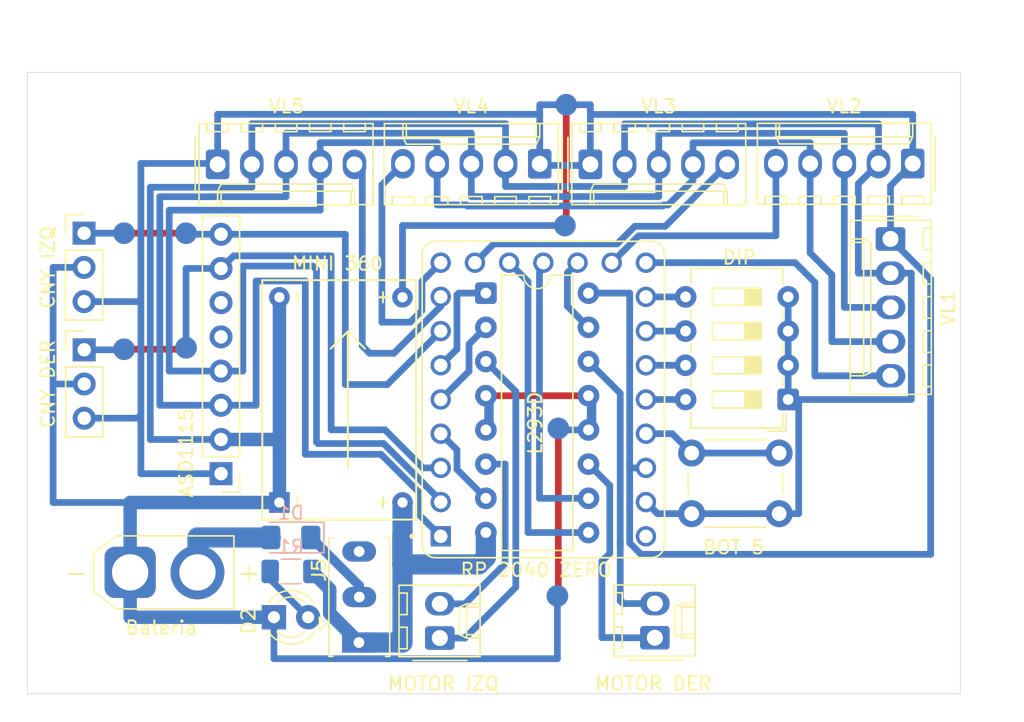
<source format=kicad_pcb>
(kicad_pcb (version 20241229) (generator "pcbnew") (generator_version "9.0")
  (layers (0 "F.Cu" signal) (2 "B.Cu" signal) (13 "F.Paste" user) (15 "B.Paste" user) (5 "F.SilkS" user "F.Silkscreen") (7 "B.SilkS" user "B.Silkscreen") (1 "F.Mask" user) (3 "B.Mask" user) (25 "Edge.Cuts" user))
  (net 0 "")
  (net 1 "GND")
  (net 2 "+12V")
  (net 3 "+3.3V")
  (net 4 "Net-(D1-A)")
  (net 5 "Net-(D1-K)")
  (net 6 "Net-(D2-A)")
  (net 7 "CNY_DER")
  (net 8 "SDA")
  (net 9 "VL1")
  (net 10 "SCL")
  (net 11 "CNY_IZQ")
  (net 12 "VL2")
  (net 13 "VL3")
  (net 14 "VL4")
  (net 15 "VL5")
  (net 18 "BOT3")
  (net 19 "BOT4")
  (net 20 "BOT2")
  (net 21 "BOT1")
  (net 22 "BOT5")
  (net 23 "MOTORA2")
  (net 24 "MOTORB1")
  (net 25 "MOTORA1")
  (net 26 "PWMB")
  (net 27 "MOTORB2")
  (net 28 "PWMA")
  (net 29 "+5V")
  (net 30 "Net-(MOT3-Pin_1)")
  (net 31 "Net-(MOT3-Pin_2)")
  (net 32 "Net-(MOT4-Pin_1)")
  (net 33 "Net-(MOT4-Pin_2)")
  (footprint "Connector_PinHeader_2.54mm:PinHeader_1x03_P2.54mm_Vertical" (layer "F.Cu") (at 87.59 55.74)
    (property "Reference" "CNY DER" (at -2.7 2.540001 90) (layer "F.SilkS"))
    (property "Value" "Conn_01x03_Pin")
    (pad "1" thru_hole rect (at 0 0) (size 1.7 1.7) (drill 1) (layers "*.Cu" "*.Mask") (net 7 "CNY_DER"))
    (pad "2" thru_hole circle (at 0 2.54) (size 1.7 1.7) (drill 1) (layers "*.Cu" "*.Mask") (net 1 "GND"))
    (pad "3" thru_hole circle (at 0 5.08) (size 1.7 1.7) (drill 1) (layers "*.Cu" "*.Mask") (net 3 "+3.3V"))
  )
  (footprint "Connector_PinHeader_2.54mm:PinHeader_1x08_P2.54mm_Vertical" (layer "F.Cu") (at 97.75 64.94 180)
    (property "Reference" "ASD1115" (at 2.6 1.55 90) (layer "F.SilkS"))
    (property "Value" "Conn_01x08_Pin")
    (pad "1" thru_hole rect (at 0 0 180) (size 1.7 1.7) (drill 1) (layers "*.Cu" "*.Mask") (net 3 "+3.3V"))
    (pad "2" thru_hole circle (at 0 2.54 180) (size 1.7 1.7) (drill 1) (layers "*.Cu" "*.Mask") (net 1 "GND"))
    (pad "3" thru_hole circle (at 0 5.08 180) (size 1.7 1.7) (drill 1) (layers "*.Cu" "*.Mask") (net 10 "SCL"))
    (pad "4" thru_hole circle (at 0 7.62 180) (size 1.7 1.7) (drill 1) (layers "*.Cu" "*.Mask") (net 8 "SDA"))
    (pad "5" thru_hole circle (at 0 10.16 180) (size 1.7 1.7) (drill 1) (layers "*.Cu" "*.Mask"))
    (pad "6" thru_hole circle (at 0 12.7 180) (size 1.7 1.7) (drill 1) (layers "*.Cu" "*.Mask"))
    (pad "7" thru_hole circle (at 0 15.24 180) (size 1.7 1.7) (drill 1) (layers "*.Cu" "*.Mask") (net 7 "CNY_DER"))
    (pad "8" thru_hole circle (at 0 17.78 180) (size 1.7 1.7) (drill 1) (layers "*.Cu" "*.Mask") (net 11 "CNY_IZQ"))
  )
  (footprint "Connector_Molex:Molex_KK-254_AE-6410-05A_1x05_P2.54mm_Vertical" (layer "F.Cu") (at 121.42 41.93 180)
    (property "Reference" "VL4" (at 5.08 4.27 0) (layer "F.SilkS"))
    (property "Value" "Conn_01x05_Pin")
    (pad "1" thru_hole roundrect (at 0 0 180) (size 1.74 2.19) (drill 1.19) (layers "*.Cu" "*.Mask") (roundrect_rratio 0.143678) (net 3 "+3.3V"))
    (pad "2" thru_hole oval (at 2.54 0 180) (size 1.74 2.19) (drill 1.19) (layers "*.Cu" "*.Mask") (net 1 "GND"))
    (pad "3" thru_hole oval (at 5.08 0 180) (size 1.74 2.19) (drill 1.19) (layers "*.Cu" "*.Mask") (net 10 "SCL"))
    (pad "4" thru_hole oval (at 7.62 0 180) (size 1.74 2.19) (drill 1.19) (layers "*.Cu" "*.Mask") (net 8 "SDA"))
    (pad "5" thru_hole oval (at 10.16 0 180) (size 1.74 2.19) (drill 1.19) (layers "*.Cu" "*.Mask") (net 14 "VL4"))
  )
  (footprint "Button_Switch_THT:SW_PUSH_6mm" (layer "F.Cu") (at 139.2 67.91 180)
    (property "Reference" "BOT 5" (at 3.38 -2.5 0) (layer "F.SilkS"))
    (property "Value" "SW_Push")
    (pad "1" thru_hole circle (at 0 0 270) (size 2 2) (drill 1.1) (layers "*.Cu" "*.Mask") (net 1 "GND"))
    (pad "1" thru_hole circle (at 6.5 0 270) (size 2 2) (drill 1.1) (layers "*.Cu" "*.Mask") (net 1 "GND"))
    (pad "2" thru_hole circle (at 0 4.5 270) (size 2 2) (drill 1.1) (layers "*.Cu" "*.Mask") (net 22 "BOT5"))
    (pad "2" thru_hole circle (at 6.5 4.5 270) (size 2 2) (drill 1.1) (layers "*.Cu" "*.Mask") (net 22 "BOT5"))
  )
  (footprint "Connector_Molex:Molex_KK-254_AE-6410-05A_1x05_P2.54mm_Vertical" (layer "F.Cu") (at 125.18 41.97)
    (property "Reference" "VL3" (at 5.08 -4.31 0) (layer "F.SilkS"))
    (property "Value" "Conn_01x05_Pin")
    (pad "1" thru_hole roundrect (at 0 0) (size 1.74 2.19) (drill 1.19) (layers "*.Cu" "*.Mask") (roundrect_rratio 0.143678) (net 3 "+3.3V"))
    (pad "2" thru_hole oval (at 2.54 0) (size 1.74 2.19) (drill 1.19) (layers "*.Cu" "*.Mask") (net 1 "GND"))
    (pad "3" thru_hole oval (at 5.08 0) (size 1.74 2.19) (drill 1.19) (layers "*.Cu" "*.Mask") (net 10 "SCL"))
    (pad "4" thru_hole oval (at 7.62 0) (size 1.74 2.19) (drill 1.19) (layers "*.Cu" "*.Mask") (net 8 "SDA"))
    (pad "5" thru_hole oval (at 10.16 0) (size 1.74 2.19) (drill 1.19) (layers "*.Cu" "*.Mask") (net 13 "VL3"))
  )
  (footprint "Button_Switch_THT:SW_Slide_SPDT_Straight_CK_OS102011MS2Q" (layer "F.Cu") (at 108.02 76.1 90)
    (property "Reference" "J5" (at 3.99 -2.99 90) (layer "F.SilkS"))
    (property "Value" "On/Off General")
    (pad "1" thru_hole rect (at -1.38 -0.03 90) (size 1.5 2.5) (drill 0.8) (layers "*.Cu" "*.Mask") (net 2 "+12V"))
    (pad "2" thru_hole oval (at 2 0 90) (size 1.5 2.5) (drill 0.8) (layers "*.Cu" "*.Mask") (net 5 "Net-(D1-K)"))
    (pad "3" thru_hole oval (at 5.38 -0.01 90) (size 1.5 2.5) (drill 0.8) (layers "*.Cu" "*.Mask"))
  )
  (footprint "LED_THT:LED_D3.0mm_FlatTop" (layer "F.Cu") (at 101.68 75.6)
    (property "Reference" "D2" (at -1.89 0.3 90) (layer "F.SilkS"))
    (property "Value" "LED")
    (pad "1" thru_hole rect (at 0 0) (size 1.8 1.8) (drill 0.9) (layers "*.Cu" "*.Mask") (net 1 "GND"))
    (pad "2" thru_hole circle (at 2.54 0) (size 1.8 1.8) (drill 0.9) (layers "*.Cu" "*.Mask") (net 6 "Net-(D2-A)"))
  )
  (footprint "Connector_Molex:Molex_KK-254_AE-6410-05A_1x05_P2.54mm_Vertical" (layer "F.Cu") (at 147.47 47.51 -90)
    (property "Reference" "VL1" (at 5.13 -4.28 90) (layer "F.SilkS"))
    (property "Value" "Conn_01x05_Pin")
    (pad "1" thru_hole roundrect (at 0 0 270) (size 1.74 2.19) (drill 1.19) (layers "*.Cu" "*.Mask") (roundrect_rratio 0.143678) (net 3 "+3.3V"))
    (pad "2" thru_hole oval (at 2.54 0 270) (size 1.74 2.19) (drill 1.19) (layers "*.Cu" "*.Mask") (net 1 "GND"))
    (pad "3" thru_hole oval (at 5.08 0 270) (size 1.74 2.19) (drill 1.19) (layers "*.Cu" "*.Mask") (net 10 "SCL"))
    (pad "4" thru_hole oval (at 7.62 0 270) (size 1.74 2.19) (drill 1.19) (layers "*.Cu" "*.Mask") (net 8 "SDA"))
    (pad "5" thru_hole oval (at 10.16 0 270) (size 1.74 2.19) (drill 1.19) (layers "*.Cu" "*.Mask") (net 9 "VL1"))
  )
  (footprint "Charleslabs_Parts:Mini360_Module" (layer "F.Cu") (at 102.085 67.08 90)
    (property "Reference" "MINI 360" (at 17.74 4.315 0) (layer "F.SilkS"))
    (property "Value" "Mini360_Module")
    (fp_text user "+" (at 0 7.62 90) (layer "F.SilkS"))
    (fp_text user "-" (at 15.24 1.27 90) (layer "F.SilkS"))
    (fp_text user "+" (at 15.24 7.62 90) (layer "F.SilkS"))
    (fp_text user "-" (at 0 1.27 90) (layer "F.SilkS"))
    (pad "1" thru_hole circle (at 0 9.144 90) (size 1.524 1.524) (drill 0.762) (layers "*.Cu" "*.Mask") (net 2 "+12V"))
    (pad "2" thru_hole rect (at 0 0 90) (size 1.524 1.524) (drill 0.762) (layers "*.Cu" "*.Mask") (net 1 "GND"))
    (pad "3" thru_hole circle (at 15.24 9.144 90) (size 1.524 1.524) (drill 0.762) (layers "*.Cu" "*.Mask") (net 3 "+3.3V"))
    (pad "4" thru_hole circle (at 15.24 0 90) (size 1.524 1.524) (drill 0.762) (layers "*.Cu" "*.Mask") (net 1 "GND"))
  )
  (footprint "Connector_Molex:Molex_KK-254_AE-6410-05A_1x05_P2.54mm_Vertical" (layer "F.Cu") (at 149.12 41.91 180)
    (property "Reference" "VL2" (at 5.08 4.25 0) (layer "F.SilkS"))
    (property "Value" "Conn_01x05_Pin")
    (pad "1" thru_hole roundrect (at 0 0 180) (size 1.74 2.19) (drill 1.19) (layers "*.Cu" "*.Mask") (roundrect_rratio 0.143678) (net 3 "+3.3V"))
    (pad "2" thru_hole oval (at 2.54 0 180) (size 1.74 2.19) (drill 1.19) (layers "*.Cu" "*.Mask") (net 1 "GND"))
    (pad "3" thru_hole oval (at 5.08 0 180) (size 1.74 2.19) (drill 1.19) (layers "*.Cu" "*.Mask") (net 10 "SCL"))
    (pad "4" thru_hole oval (at 7.62 0 180) (size 1.74 2.19) (drill 1.19) (layers "*.Cu" "*.Mask") (net 8 "SDA"))
    (pad "5" thru_hole oval (at 10.16 0 180) (size 1.74 2.19) (drill 1.19) (layers "*.Cu" "*.Mask") (net 12 "VL2"))
  )
  (footprint "Connector_Molex:Molex_KK-254_AE-6410-05A_1x05_P2.54mm_Vertical" (layer "F.Cu") (at 97.5 41.97)
    (property "Reference" "VL5" (at 5.12 -4.31 0) (layer "F.SilkS"))
    (property "Value" "Conn_01x05_Pin")
    (pad "1" thru_hole roundrect (at 0 0) (size 1.74 2.19) (drill 1.19) (layers "*.Cu" "*.Mask") (roundrect_rratio 0.143678) (net 3 "+3.3V"))
    (pad "2" thru_hole oval (at 2.54 0) (size 1.74 2.19) (drill 1.19) (layers "*.Cu" "*.Mask") (net 1 "GND"))
    (pad "3" thru_hole oval (at 5.08 0) (size 1.74 2.19) (drill 1.19) (layers "*.Cu" "*.Mask") (net 10 "SCL"))
    (pad "4" thru_hole oval (at 7.62 0) (size 1.74 2.19) (drill 1.19) (layers "*.Cu" "*.Mask") (net 8 "SDA"))
    (pad "5" thru_hole oval (at 10.16 0) (size 1.74 2.19) (drill 1.19) (layers "*.Cu" "*.Mask") (net 15 "VL5"))
  )
  (footprint "Connector_PinHeader_2.54mm:PinHeader_1x03_P2.54mm_Vertical" (layer "F.Cu") (at 87.58 47.08)
    (property "Reference" "CNY IZQ" (at -2.69 2.540001 90) (layer "F.SilkS"))
    (property "Value" "Conn_01x03_Pin")
    (pad "1" thru_hole rect (at 0 0) (size 1.7 1.7) (drill 1) (layers "*.Cu" "*.Mask") (net 11 "CNY_IZQ"))
    (pad "2" thru_hole circle (at 0 2.54) (size 1.7 1.7) (drill 1) (layers "*.Cu" "*.Mask") (net 1 "GND"))
    (pad "3" thru_hole circle (at 0 5.08) (size 1.7 1.7) (drill 1) (layers "*.Cu" "*.Mask") (net 3 "+3.3V"))
  )
  (footprint "Connector_Molex:Molex_KK-254_AE-6410-02A_1x02_P2.54mm_Vertical" (layer "F.Cu") (at 114 77.145 90)
    (property "Reference" "MOTOR IZQ" (at -3.385 0.26 180) (layer "F.SilkS"))
    (property "Value" "Conn_01x02_Socket")
    (pad "1" thru_hole roundrect (at 0 0 90) (size 1.74 2.19) (drill 1.19) (layers "*.Cu" "*.Mask") (roundrect_rratio 0.143678) (net 32 "Net-(MOT4-Pin_1)"))
    (pad "2" thru_hole oval (at 2.54 0 90) (size 1.74 2.19) (drill 1.19) (layers "*.Cu" "*.Mask") (net 33 "Net-(MOT4-Pin_2)"))
  )
  (footprint "Button_Switch_THT:SW_DIP_SPSTx04_Slide_6.7x11.72mm_W7.62mm_P2.54mm_LowProfile" (layer "F.Cu") (at 139.87 59.43 180)
    (property "Reference" "DIP" (at 3.63 10.54 180) (layer "F.SilkS"))
    (property "Value" "SW_DIP_x04")
    (pad "1" thru_hole roundrect (at 0 0 180) (size 1.6 1.6) (drill 0.8) (layers "*.Cu" "*.Mask") (roundrect_rratio 0.15625) (net 1 "GND"))
    (pad "2" thru_hole circle (at 0 2.54 180) (size 1.6 1.6) (drill 0.8) (layers "*.Cu" "*.Mask") (net 1 "GND"))
    (pad "3" thru_hole circle (at 0 5.08 180) (size 1.6 1.6) (drill 0.8) (layers "*.Cu" "*.Mask") (net 1 "GND"))
    (pad "4" thru_hole circle (at 0 7.62 180) (size 1.6 1.6) (drill 0.8) (layers "*.Cu" "*.Mask") (net 1 "GND"))
    (pad "5" thru_hole circle (at 7.62 7.62 180) (size 1.6 1.6) (drill 0.8) (layers "*.Cu" "*.Mask") (net 19 "BOT4"))
    (pad "6" thru_hole circle (at 7.62 5.08 180) (size 1.6 1.6) (drill 0.8) (layers "*.Cu" "*.Mask") (net 18 "BOT3"))
    (pad "7" thru_hole circle (at 7.62 2.54 180) (size 1.6 1.6) (drill 0.8) (layers "*.Cu" "*.Mask") (net 20 "BOT2"))
    (pad "8" thru_hole circle (at 7.62 0 180) (size 1.6 1.6) (drill 0.8) (layers "*.Cu" "*.Mask") (net 21 "BOT1"))
  )
  (footprint "Package_DIP:DIP-16_W7.62mm" (layer "F.Cu") (at 117.42 51.53)
    (property "Reference" "L293D" (at 3.66 9.65 90) (layer "F.SilkS"))
    (property "Value" "L293D")
    (pad "1" thru_hole roundrect (at 0 0) (size 1.6 1.6) (drill 0.8) (layers "*.Cu" "*.Mask") (roundrect_rratio 0.15625) (net 28 "PWMA"))
    (pad "2" thru_hole circle (at 0 2.54) (size 1.6 1.6) (drill 0.8) (layers "*.Cu" "*.Mask") (net 25 "MOTORA1"))
    (pad "3" thru_hole circle (at 0 5.08) (size 1.6 1.6) (drill 0.8) (layers "*.Cu" "*.Mask") (net 32 "Net-(MOT4-Pin_1)"))
    (pad "4" thru_hole circle (at 0 7.62) (size 1.6 1.6) (drill 0.8) (layers "*.Cu" "*.Mask") (net 1 "GND"))
    (pad "5" thru_hole circle (at 0 10.16) (size 1.6 1.6) (drill 0.8) (layers "*.Cu" "*.Mask") (net 1 "GND"))
    (pad "6" thru_hole circle (at 0 12.7) (size 1.6 1.6) (drill 0.8) (layers "*.Cu" "*.Mask") (net 33 "Net-(MOT4-Pin_2)"))
    (pad "7" thru_hole circle (at 0 15.24) (size 1.6 1.6) (drill 0.8) (layers "*.Cu" "*.Mask") (net 23 "MOTORA2"))
    (pad "8" thru_hole circle (at 0 17.78) (size 1.6 1.6) (drill 0.8) (layers "*.Cu" "*.Mask") (net 2 "+12V"))
    (pad "9" thru_hole circle (at 7.62 17.78) (size 1.6 1.6) (drill 0.8) (layers "*.Cu" "*.Mask") (net 26 "PWMB"))
    (pad "10" thru_hole circle (at 7.62 15.24) (size 1.6 1.6) (drill 0.8) (layers "*.Cu" "*.Mask") (net 24 "MOTORB1"))
    (pad "11" thru_hole circle (at 7.62 12.7) (size 1.6 1.6) (drill 0.8) (layers "*.Cu" "*.Mask") (net 30 "Net-(MOT3-Pin_1)"))
    (pad "12" thru_hole circle (at 7.62 10.16) (size 1.6 1.6) (drill 0.8) (layers "*.Cu" "*.Mask") (net 1 "GND"))
    (pad "13" thru_hole circle (at 7.62 7.62) (size 1.6 1.6) (drill 0.8) (layers "*.Cu" "*.Mask") (net 1 "GND"))
    (pad "14" thru_hole circle (at 7.62 5.08) (size 1.6 1.6) (drill 0.8) (layers "*.Cu" "*.Mask") (net 31 "Net-(MOT3-Pin_2)"))
    (pad "15" thru_hole circle (at 7.62 2.54) (size 1.6 1.6) (drill 0.8) (layers "*.Cu" "*.Mask") (net 27 "MOTORB2"))
    (pad "16" thru_hole circle (at 7.62 0) (size 1.6 1.6) (drill 0.8) (layers "*.Cu" "*.Mask") (net 3 "+3.3V"))
  )
  (footprint "Connector_AMASS:AMASS_XT30U-F_1x02_P5.0mm_Vertical" (layer "F.Cu") (at 91 72.27)
    (property "Reference" "Bateria" (at 2.32 4.11 0) (layer "F.SilkS"))
    (property "Value" "Power Input 1")
    (fp_text user "-" (at -4 0 0) (layer "F.SilkS") (effects (font (size 1.5 1.5))))
    (fp_text user "+" (at 8.85 0 0) (layer "F.SilkS") (effects (font (size 1.5 1.5))))
    (pad "1" thru_hole roundrect (at 0 0) (size 3.8 3.8) (drill 2.7) (layers "*.Cu" "*.Mask") (roundrect_rratio 0.2) (net 1 "GND"))
    (pad "2" thru_hole circle (at 5 0) (size 4 4) (drill 2.7) (layers "*.Cu" "*.Mask") (net 4 "Net-(D1-A)"))
  )
  (footprint "Connector_Molex:Molex_KK-254_AE-6410-02A_1x02_P2.54mm_Vertical" (layer "F.Cu") (at 129.97 77.125 90)
    (property "Reference" "MOTOR DER" (at -3.405 -0.12 180) (layer "F.SilkS"))
    (property "Value" "Conn_01x02_Socket")
    (pad "1" thru_hole roundrect (at 0 0 90) (size 1.74 2.19) (drill 1.19) (layers "*.Cu" "*.Mask") (roundrect_rratio 0.143678) (net 30 "Net-(MOT3-Pin_1)"))
    (pad "2" thru_hole oval (at 2.54 0 90) (size 1.74 2.19) (drill 1.19) (layers "*.Cu" "*.Mask") (net 31 "Net-(MOT3-Pin_2)"))
  )
  (footprint "RP2040-ZERO:MODULE_RP2040-ZERO" (layer "F.Cu") (at 121.6875 59.43 180)
    (property "Reference" "RP 2040 ZERO" (at 0.5275 -12.66 0) (layer "F.SilkS"))
    (property "Value" "RP2040-ZERO")
    (pad "1" thru_hole rect (at 7.62 -10.16 180) (size 1.508 1.508) (drill 1) (layers "*.Cu" "*.Mask") (net 10 "SCL"))
    (pad "2" thru_hole circle (at 7.62 -7.62 180) (size 1.508 1.508) (drill 1) (layers "*.Cu" "*.Mask") (net 8 "SDA"))
    (pad "3" thru_hole circle (at 7.62 -5.08 180) (size 1.508 1.508) (drill 1) (layers "*.Cu" "*.Mask") (net 7 "CNY_DER"))
    (pad "4" thru_hole circle (at 7.62 -2.54 180) (size 1.508 1.508) (drill 1) (layers "*.Cu" "*.Mask") (net 23 "MOTORA2"))
    (pad "5" thru_hole circle (at 7.62 0 180) (size 1.508 1.508) (drill 1) (layers "*.Cu" "*.Mask") (net 25 "MOTORA1"))
    (pad "6" thru_hole circle (at 7.62 2.54 180) (size 1.508 1.508) (drill 1) (layers "*.Cu" "*.Mask") (net 28 "PWMA"))
    (pad "7" thru_hole circle (at 7.62 5.08 180) (size 1.508 1.508) (drill 1) (layers "*.Cu" "*.Mask") (net 11 "CNY_IZQ"))
    (pad "8" thru_hole circle (at 7.62 7.62 180) (size 1.508 1.508) (drill 1) (layers "*.Cu" "*.Mask") (net 15 "VL5"))
    (pad "9" thru_hole circle (at 7.62 10.16 180) (size 1.508 1.508) (drill 1) (layers "*.Cu" "*.Mask") (net 14 "VL4"))
    (pad "10" thru_hole circle (at 5.08 10.16 180) (size 1.508 1.508) (drill 1) (layers "*.Cu" "*.Mask") (net 13 "VL3"))
    (pad "11" thru_hole circle (at 2.54 10.16 180) (size 1.508 1.508) (drill 1) (layers "*.Cu" "*.Mask") (net 26 "PWMB"))
    (pad "12" thru_hole circle (at 0 10.16 180) (size 1.508 1.508) (drill 1) (layers "*.Cu" "*.Mask") (net 24 "MOTORB1"))
    (pad "13" thru_hole circle (at -2.54 10.16 180) (size 1.508 1.508) (drill 1) (layers "*.Cu" "*.Mask") (net 27 "MOTORB2"))
    (pad "14" thru_hole circle (at -5.08 10.16 180) (size 1.508 1.508) (drill 1) (layers "*.Cu" "*.Mask") (net 12 "VL2"))
    (pad "15" thru_hole circle (at -7.62 10.16 180) (size 1.508 1.508) (drill 1) (layers "*.Cu" "*.Mask") (net 9 "VL1"))
    (pad "16" thru_hole circle (at -7.62 7.62 180) (size 1.508 1.508) (drill 1) (layers "*.Cu" "*.Mask") (net 19 "BOT4"))
    (pad "17" thru_hole circle (at -7.62 5.08 180) (size 1.508 1.508) (drill 1) (layers "*.Cu" "*.Mask") (net 18 "BOT3"))
    (pad "18" thru_hole circle (at -7.62 2.54 180) (size 1.508 1.508) (drill 1) (layers "*.Cu" "*.Mask") (net 20 "BOT2"))
    (pad "19" thru_hole circle (at -7.62 0 180) (size 1.508 1.508) (drill 1) (layers "*.Cu" "*.Mask") (net 21 "BOT1"))
    (pad "20" thru_hole circle (at -7.62 -2.54 180) (size 1.508 1.508) (drill 1) (layers "*.Cu" "*.Mask") (net 22 "BOT5"))
    (pad "21" thru_hole circle (at -7.62 -5.08 180) (size 1.508 1.508) (drill 1) (layers "*.Cu" "*.Mask") (net 3 "+3.3V"))
    (pad "22" thru_hole circle (at -7.62 -7.62 180) (size 1.508 1.508) (drill 1) (layers "*.Cu" "*.Mask") (net 1 "GND"))
    (pad "23" thru_hole circle (at -7.62 -10.16 180) (size 1.508 1.508) (drill 1) (layers "*.Cu" "*.Mask") (net 29 "+5V"))
  )
  (footprint "Resistor_SMD:R_1206_3216Metric_Pad1.30x1.75mm_HandSolder" (layer "B.Cu") (at 102.95 72.2 180)
    (property "Reference" "R1" (at 0 1.83 0) (layer "B.SilkS") (effects (justify mirror)))
    (property "Value" "220")
    (pad "1" smd roundrect (at -1.55 0 180) (size 1.3 1.75) (layers "B.Cu" "B.Mask" "B.Paste") (roundrect_rratio 0.192308) (net 2 "+12V"))
    (pad "2" smd roundrect (at 1.55 0 180) (size 1.3 1.75) (layers "B.Cu" "B.Mask" "B.Paste") (roundrect_rratio 0.192308) (net 6 "Net-(D2-A)"))
  )
  (footprint "Diode_SMD:D_1206_3216Metric_Pad1.42x1.75mm_HandSolder" (layer "B.Cu") (at 102.93 69.68 180)
    (property "Reference" "D1" (at 0 1.83 0) (layer "B.SilkS") (effects (justify mirror)))
    (property "Value" "1N4007")
    (pad "1" smd roundrect (at -1.4875 0 180) (size 1.425 1.75) (layers "B.Cu" "B.Mask" "B.Paste") (roundrect_rratio 0.175439) (net 5 "Net-(D1-K)"))
    (pad "2" smd roundrect (at 1.4875 0 180) (size 1.425 1.75) (layers "B.Cu" "B.Mask" "B.Paste") (roundrect_rratio 0.175439) (net 4 "Net-(D1-A)"))
  )
  (gr_rect (start 83.37 35.14) (end 152.66 81.29) (stroke (width 0.05)) (fill no) (layer "Edge.Cuts"))
  (segment (start 122.8 61.58) (end 122.8 73.95) (width 0.5) (layer "F.Cu") (net 1))
  (segment (start 122.8 73.95) (end 122.73 74.02) (width 0.5) (layer "F.Cu") (net 1))
  (segment (start 117.42 59.15) (end 125.04 59.15) (width 0.5) (layer "F.Cu") (net 1))
  (via (at 122.8 61.58) (size 1.6) (drill 0.001) (layers "F.Cu" "B.Cu") (net 1))
  (via (at 122.73 74.02) (size 1.6) (drill 0.001) (layers "F.Cu" "B.Cu") (net 1))
  (segment (start 117.65 59.15) (end 117.65 61.69) (width 0.7) (layer "B.Cu") (net 1))
  (segment (start 92.501 62.4) (end 97.75 62.4) (width 0.5) (layer "B.Cu") (net 1))
  (segment (start 139.87 59.43) (end 149.016 59.43) (width 0.5) (layer "B.Cu") (net 1))
  (segment (start 127.72 41.97) (end 127.72 43.61) (width 0.5) (layer "B.Cu") (net 1))
  (segment (start 101.68 78.681) (end 101.68 75.6) (width 0.5) (layer "B.Cu") (net 1))
  (segment (start 146.58 41.91) (end 146.58 38.962) (width 0.5) (layer "B.Cu") (net 1))
  (segment (start 132.7 67.91) (end 130.1675 67.91) (width 0.5) (layer "B.Cu") (net 1))
  (segment (start 125.04 61.69) (end 122.91 61.69) (width 0.5) (layer "B.Cu") (net 1))
  (segment (start 122.91 61.69) (end 122.8 61.58) (width 0.5) (layer "B.Cu") (net 1))
  (segment (start 100.04 38.952) (end 100.04 43.669) (width 0.5) (layer "B.Cu") (net 1))
  (segment (start 87.59 58.28) (end 85.35 58.28) (width 0.5) (layer "B.Cu") (net 1))
  (segment (start 139.87 51.81) (end 139.87 59.43) (width 0.5) (layer "B.Cu") (net 1))
  (segment (start 140.651 59.43) (end 140.651 67.91) (width 0.5) (layer "B.Cu") (net 1))
  (segment (start 118.88 41.93) (end 118.88 38.952) (width 0.5) (layer "B.Cu") (net 1))
  (segment (start 91 67.08) (end 91 72.27) (width 1) (layer "B.Cu") (net 1))
  (segment (start 102.085 62.56) (end 101.925 62.4) (width 1) (layer "B.Cu") (net 1))
  (segment (start 139.87 59.43) (end 140.651 59.43) (width 0.5) (layer "B.Cu") (net 1))
  (segment (start 130.1675 67.91) (end 129.3075 67.05) (width 0.5) (layer "B.Cu") (net 1))
  (segment (start 91 72.27) (end 91 75.6) (width 1) (layer "B.Cu") (net 1))
  (segment (start 102.085 62.56) (end 102.085 67.08) (width 1) (layer "B.Cu") (net 1))
  (segment (start 92.501 43.669) (end 92.501 62.4) (width 0.5) (layer "B.Cu") (net 1))
  (segment (start 102.085 51.84) (end 102.085 62.56) (width 1) (layer "B.Cu") (net 1))
  (segment (start 102.085 67.08) (end 91 67.08) (width 1) (layer "B.Cu") (net 1))
  (segment (start 85.28 67.08) (end 91 67.08) (width 0.5) (layer "B.Cu") (net 1))
  (segment (start 127.72 43.61) (end 118.88 43.61) (width 0.5) (layer "B.Cu") (net 1))
  (segment (start 118.88 43.61) (end 118.88 41.93) (width 0.5) (layer "B.Cu") (net 1))
  (segment (start 125.27 59.15) (end 125.27 61.69) (width 0.7) (layer "B.Cu") (net 1))
  (segment (start 127.72 38.962) (end 127.72 41.97) (width 0.5) (layer "B.Cu") (net 1))
  (segment (start 122.73 74.02) (end 122.73 78.681) (width 0.5) (layer "B.Cu") (net 1))
  (segment (start 145.08 50.05) (end 147.47 50.05) (width 0.5) (layer "B.Cu") (net 1))
  (segment (start 132.7 67.91) (end 139.2 67.91) (width 0.5) (layer "B.Cu") (net 1))
  (segment (start 146.58 41.91) (end 145.08 43.41) (width 0.5) (layer "B.Cu") (net 1))
  (segment (start 140.651 67.91) (end 139.2 67.91) (width 0.5) (layer "B.Cu") (net 1))
  (segment (start 85.28 58.21) (end 85.28 67.08) (width 0.5) (layer "B.Cu") (net 1))
  (segment (start 101.925 62.4) (end 97.75 62.4) (width 1) (layer "B.Cu") (net 1))
  (segment (start 85.35 58.28) (end 85.28 58.21) (width 0.5) (layer "B.Cu") (net 1))
  (segment (start 100.04 43.669) (end 92.501 43.669) (width 0.5) (layer "B.Cu") (net 1))
  (segment (start 145.08 43.41) (end 145.08 50.05) (width 0.5) (layer "B.Cu") (net 1))
  (segment (start 122.73 78.681) (end 101.68 78.681) (width 0.5) (layer "B.Cu") (net 1))
  (segment (start 118.88 38.952) (end 100.04 38.952) (width 0.5) (layer "B.Cu") (net 1))
  (segment (start 149.016 59.43) (end 149.016 50.05) (width 0.5) (layer "B.Cu") (net 1))
  (segment (start 91 75.6) (end 101.68 75.6) (width 1) (layer "B.Cu") (net 1))
  (segment (start 149.016 50.05) (end 147.47 50.05) (width 0.5) (layer "B.Cu") (net 1))
  (segment (start 87.58 49.62) (end 85.28 49.62) (width 0.5) (layer "B.Cu") (net 1))
  (segment (start 85.28 49.62) (end 85.28 58.21) (width 0.5) (layer "B.Cu") (net 1))
  (segment (start 146.58 38.962) (end 127.72 38.962) (width 0.5) (layer "B.Cu") (net 1))
  (segment (start 116.89 71.68) (end 111.219 71.68) (width 1.5) (layer "B.Cu") (net 2))
  (segment (start 111.229 71.67) (end 111.229 77.48) (width 1.5) (layer "B.Cu") (net 2))
  (segment (start 105.821 75.311) (end 107.99 77.48) (width 1) (layer "B.Cu") (net 2))
  (segment (start 117.42 71.15) (end 116.89 71.68) (width 1.5) (layer "B.Cu") (net 2))
  (segment (start 111.219 71.68) (end 111.229 71.67) (width 1.5) (layer "B.Cu") (net 2))
  (segment (start 104.5 72.2) (end 105.821 73.521) (width 1) (layer "B.Cu") (net 2))
  (segment (start 111.219 71.68) (end 111.219 69.48) (width 1.5) (layer "B.Cu") (net 2))
  (segment (start 105.821 73.521) (end 105.821 75.311) (width 1) (layer "B.Cu") (net 2))
  (segment (start 117.42 69.31) (end 117.42 71.15) (width 1.5) (layer "B.Cu") (net 2))
  (segment (start 111.229 77.48) (end 107.99 77.48) (width 1.5) (layer "B.Cu") (net 2))
  (segment (start 111.229 71.67) (end 111.229 67.08) (width 1.5) (layer "B.Cu") (net 2))
  (segment (start 123.29 46.51) (end 123.39 46.41) (width 0.5) (layer "F.Cu") (net 3))
  (segment (start 123.39 46.41) (end 123.39 37.54) (width 0.5) (layer "F.Cu") (net 3))
  (via (at 123.39 37.54) (size 1.6) (drill 0.001) (layers "F.Cu" "B.Cu") (net 3))
  (via (at 123.29 46.51) (size 1.6) (drill 0.001) (layers "F.Cu" "B.Cu") (net 3))
  (segment (start 147.47 43.56) (end 149.12 41.91) (width 0.5) (layer "B.Cu") (net 3))
  (segment (start 97.5 38.251) (end 121.42 38.251) (width 0.5) (layer "B.Cu") (net 3))
  (segment (start 87.58 52.16) (end 91.69 52.16) (width 0.5) (layer "B.Cu") (net 3))
  (segment (start 123.39 37.54) (end 125.18 37.54) (width 0.5) (layer "B.Cu") (net 3))
  (segment (start 125.18 42.05) (end 121.54 42.05) (width 0.5) (layer "B.Cu") (net 3))
  (segment (start 150.45 70.93) (end 128.943372 70.93) (width 0.5) (layer "B.Cu") (net 3))
  (segment (start 128.1 51.53) (end 128.1 64.07) (width 0.5) (layer "B.Cu") (net 3))
  (segment (start 91.8 41.9) (end 97.5 41.9) (width 0.5) (layer "B.Cu") (net 3))
  (segment (start 91.8 64.94) (end 91.8 60.57) (width 0.5) (layer "B.Cu") (net 3))
  (segment (start 97.75 64.94) (end 91.8 64.94) (width 0.5) (layer "B.Cu") (net 3))
  (segment (start 91.55 60.82) (end 91.8 60.57) (width 0.5) (layer "B.Cu") (net 3))
  (segment (start 125.18 41.97) (end 125.18 38.261) (width 0.5) (layer "B.Cu") (net 3))
  (segment (start 121.54 42.05) (end 121.42 41.93) (width 0.5) (layer "B.Cu") (net 3))
  (segment (start 123.39 37.54) (end 121.42 37.54) (width 0.5) (layer "B.Cu") (net 3))
  (segment (start 91.69 52.16) (end 91.8 52.05) (width 0.5) (layer "B.Cu") (net 3))
  (segment (start 125.04 51.53) (end 128.1 51.53) (width 0.5) (layer "B.Cu") (net 3))
  (segment (start 97.5 41.9) (end 97.5 38.251) (width 0.5) (layer "B.Cu") (net 3))
  (segment (start 91.8 52.05) (end 91.8 41.9) (width 0.5) (layer "B.Cu") (net 3))
  (segment (start 121.42 38.251) (end 121.42 41.93) (width 0.5) (layer "B.Cu") (net 3))
  (segment (start 149.12 38.261) (end 149.12 41.91) (width 0.5) (layer "B.Cu") (net 3))
  (segment (start 150.45 50.49) (end 150.45 70.93) (width 0.5) (layer "B.Cu") (net 3))
  (segment (start 121.42 37.54) (end 121.42 38.251) (width 0.5) (layer "B.Cu") (net 3))
  (segment (start 91.8 60.57) (end 91.8 52.05) (width 0.5) (layer "B.Cu") (net 3))
  (segment (start 111.229 51.84) (end 111.229 46.51) (width 0.5) (layer "B.Cu") (net 3))
  (segment (start 128.1 70.086628) (end 128.1 64.07) (width 0.5) (layer "B.Cu") (net 3))
  (segment (start 125.18 37.54) (end 125.18 38.261) (width 0.5) (layer "B.Cu") (net 3))
  (segment (start 87.59 60.82) (end 91.55 60.82) (width 0.5) (layer "B.Cu") (net 3))
  (segment (start 147.47 47.51) (end 150.45 50.49) (width 0.5) (layer "B.Cu") (net 3))
  (segment (start 128.1 64.51) (end 129.3075 64.51) (width 0.5) (layer "B.Cu") (net 3))
  (segment (start 125.18 38.261) (end 149.12 38.261) (width 0.5) (layer "B.Cu") (net 3))
  (segment (start 147.47 47.51) (end 147.47 43.56) (width 0.5) (layer "B.Cu") (net 3))
  (segment (start 128.1 64.07) (end 128.1 64.51) (width 0.5) (layer "B.Cu") (net 3))
  (segment (start 128.943372 70.93) (end 128.1 70.086628) (width 0.5) (layer "B.Cu") (net 3))
  (segment (start 111.229 46.51) (end 123.29 46.51) (width 0.5) (layer "B.Cu") (net 3))
  (segment (start 101.4425 69.68) (end 96 69.68) (width 1.5) (layer "B.Cu") (net 4))
  (segment (start 96 69.68) (end 96 72.27) (width 1.5) (layer "B.Cu") (net 4))
  (segment (start 108.02 74.1) (end 108.02 73.255288) (width 0.7) (layer "B.Cu") (net 5))
  (segment (start 104.444712 69.68) (end 104.4175 69.68) (width 0.7) (layer "B.Cu") (net 5))
  (segment (start 108.02 73.255288) (end 104.444712 69.68) (width 0.7) (layer "B.Cu") (net 5))
  (segment (start 101.72 72.22) (end 101.72 72.8) (width 0.5) (layer "B.Cu") (net 6))
  (segment (start 101.4 72.78) (end 104.22 75.6) (width 0.5) (layer "B.Cu") (net 6))
  (segment (start 95.043 55.7) (end 95.153 55.59) (width 0.5) (layer "F.Cu") (net 7))
  (segment (start 90.55 55.7) (end 95.043 55.7) (width 0.5) (layer "F.Cu") (net 7))
  (via (at 90.55 55.7) (size 1.6) (drill 0.001) (layers "F.Cu" "B.Cu") (net 7))
  (via (at 95.153 55.59) (size 1.6) (drill 0.001) (layers "F.Cu" "B.Cu") (net 7))
  (segment (start 90.51 55.74) (end 90.55 55.7) (width 0.5) (layer "B.Cu") (net 7))
  (segment (start 98.69 48.76) (end 97.75 49.7) (width 0.5) (layer "B.Cu") (net 7))
  (segment (start 109.92 61.68) (end 105.93 61.68) (width 0.5) (layer "B.Cu") (net 7))
  (segment (start 112.75 64.51) (end 109.92 61.68) (width 0.5) (layer "B.Cu") (net 7))
  (segment (start 87.59 55.74) (end 90.51 55.74) (width 0.5) (layer "B.Cu") (net 7))
  (segment (start 95.153 49.7) (end 97.75 49.7) (width 0.5) (layer "B.Cu") (net 7))
  (segment (start 114.0675 64.51) (end 112.75 64.51) (width 0.5) (layer "B.Cu") (net 7))
  (segment (start 95.153 55.59) (end 95.153 49.7) (width 0.5) (layer "B.Cu") (net 7))
  (segment (start 105.93 61.68) (end 105.93 48.76) (width 0.5) (layer "B.Cu") (net 7))
  (segment (start 105.93 48.76) (end 98.69 48.76) (width 0.5) (layer "B.Cu") (net 7))
  (segment (start 114.0675 67.05) (end 114.0675 66.946136) (width 0.5) (layer "B.Cu") (net 8))
  (segment (start 93.903 45.37) (end 93.903 57.32) (width 0.5) (layer "B.Cu") (net 8))
  (segment (start 141.5 40.364) (end 132.8 40.364) (width 0.5) (layer "B.Cu") (net 8))
  (segment (start 141.5 41.91) (end 141.5 40.364) (width 0.5) (layer "B.Cu") (net 8))
  (segment (start 104.95 62.7) (end 104.84 62.59) (width 0.5) (layer "B.Cu") (net 8))
  (segment (start 113.8 44.98) (end 113.8 41.93) (width 0.5) (layer "B.Cu") (net 8))
  (segment (start 130.550364 45.061) (end 116.049636 45.061) (width 0.5) (layer "B.Cu") (net 8))
  (segment (start 104.84 49.791364) (end 104.568636 49.52) (width 0.5) (layer "B.Cu") (net 8))
  (segment (start 130.631364 44.98) (end 130.550364 45.061) (width 0.5) (layer "B.Cu") (net 8))
  (segment (start 141.5 41.91) (end 141.5 48.55) (width 0.5) (layer "B.Cu") (net 8))
  (segment (start 99.37 57.32) (end 97.75 57.32) (width 0.5) (layer "B.Cu") (net 8))
  (segment (start 132.8 40.364) (end 132.8 41.97) (width 0.5) (layer "B.Cu") (net 8))
  (segment (start 113.8 40.354) (end 105.12 40.354) (width 0.5) (layer "B.Cu") (net 8))
  (segment (start 104.568636 49.52) (end 99.37 49.52) (width 0.5) (layer "B.Cu") (net 8))
  (segment (start 116.049636 45.061) (end 115.968636 44.98) (width 0.5) (layer "B.Cu") (net 8))
  (segment (start 105.12 45.37) (end 93.903 45.37) (width 0.5) (layer "B.Cu") (net 8))
  (segment (start 141.5 48.55) (end 143.11 50.16) (width 0.5) (layer "B.Cu") (net 8))
  (segment (start 109.821364 62.7) (end 104.95 62.7) (width 0.5) (layer "B.Cu") (net 8))
  (segment (start 115.968636 44.98) (end 113.8 44.98) (width 0.5) (layer "B.Cu") (net 8))
  (segment (start 114.0675 66.946136) (end 109.821364 62.7) (width 0.5) (layer "B.Cu") (net 8))
  (segment (start 143.11 55.13) (end 147.47 55.13) (width 0.5) (layer "B.Cu") (net 8))
  (segment (start 130.962364 44.98) (end 130.631364 44.98) (width 0.5) (layer "B.Cu") (net 8))
  (segment (start 132.8 41.97) (end 132.8 43.142364) (width 0.5) (layer "B.Cu") (net 8))
  (segment (start 105.12 40.354) (end 105.12 45.37) (width 0.5) (layer "B.Cu") (net 8))
  (segment (start 99.37 49.52) (end 99.37 57.32) (width 0.5) (layer "B.Cu") (net 8))
  (segment (start 93.903 57.32) (end 97.75 57.32) (width 0.5) (layer "B.Cu") (net 8))
  (segment (start 143.11 50.16) (end 143.11 55.13) (width 0.5) (layer "B.Cu") (net 8))
  (segment (start 104.84 62.59) (end 104.84 49.791364) (width 0.5) (layer "B.Cu") (net 8))
  (segment (start 132.8 43.142364) (end 130.962364 44.98) (width 0.5) (layer "B.Cu") (net 8))
  (segment (start 113.8 41.93) (end 113.8 40.354) (width 0.5) (layer "B.Cu") (net 8))
  (segment (start 140.39 49.27) (end 129.3075 49.27) (width 0.5) (layer "B.Cu") (net 9))
  (segment (start 141.85 57.68) (end 141.85 50.73) (width 0.5) (layer "B.Cu") (net 9))
  (segment (start 141.85 50.73) (end 140.39 49.27) (width 0.5) (layer "B.Cu") (net 9))
  (segment (start 147.47 57.67) (end 141.86 57.67) (width 0.5) (layer "B.Cu") (net 9))
  (segment (start 141.86 57.67) (end 141.85 57.68) (width 0.5) (layer "B.Cu") (net 9))
  (segment (start 144.04 41.91) (end 144.04 52.59) (width 0.5) (layer "B.Cu") (net 10))
  (segment (start 130.26 41.97) (end 130.26 39.663) (width 0.5) (layer "B.Cu") (net 10))
  (segment (start 114.0675 69.59) (end 112.442 67.9645) (width 0.5) (layer "B.Cu") (net 10))
  (segment (start 144.04 39.663) (end 144.04 41.91) (width 0.5) (layer "B.Cu") (net 10))
  (segment (start 116.34 41.93) (end 116.34 39.653) (width 0.5) (layer "B.Cu") (net 10))
  (segment (start 104.01 63.5) (end 104.01 50.627) (width 0.5) (layer "B.Cu") (net 10))
  (segment (start 116.34 39.653) (end 102.58 39.653) (width 0.5) (layer "B.Cu") (net 10))
  (segment (start 130.26 41.97) (end 130.26 44.36) (width 0.5) (layer "B.Cu") (net 10))
  (segment (start 100.36 50.627) (end 100.36 59.86) (width 0.5) (layer "B.Cu") (net 10))
  (segment (start 116.34 44.36) (end 116.34 41.93) (width 0.5) (layer "B.Cu") (net 10))
  (segment (start 102.58 44.37) (end 93.202 44.37) (width 0.5) (layer "B.Cu") (net 10))
  (segment (start 112.442 66.312) (end 109.63 63.5) (width 0.5) (layer "B.Cu") (net 10))
  (segment (start 93.202 59.86) (end 97.75 59.86) (width 0.5) (layer "B.Cu") (net 10))
  (segment (start 104.01 50.627) (end 100.36 50.627) (width 0.5) (layer "B.Cu") (net 10))
  (segment (start 112.442 67.9645) (end 112.442 66.312) (width 0.5) (layer "B.Cu") (net 10))
  (segment (start 93.202 44.37) (end 93.202 59.86) (width 0.5) (layer "B.Cu") (net 10))
  (segment (start 130.26 39.663) (end 144.04 39.663) (width 0.5) (layer "B.Cu") (net 10))
  (segment (start 100.36 59.86) (end 97.75 59.86) (width 0.5) (layer "B.Cu") (net 10))
  (segment (start 102.58 39.653) (end 102.58 44.37) (width 0.5) (layer "B.Cu") (net 10))
  (segment (start 130.26 44.36) (end 116.34 44.36) (width 0.5) (layer "B.Cu") (net 10))
  (segment (start 144.04 52.59) (end 147.47 52.59) (width 0.5) (layer "B.Cu") (net 10))
  (segment (start 109.63 63.5) (end 104.01 63.5) (width 0.5) (layer "B.Cu") (net 10))
  (segment (start 90.55 47.08) (end 95.153 47.08) (width 0.5) (layer "F.Cu") (net 11))
  (via (at 90.55 47.08) (size 1.6) (drill 0.001) (layers "F.Cu" "B.Cu") (net 11))
  (via (at 95.153 47.08) (size 1.6) (drill 0.001) (layers "F.Cu" "B.Cu") (net 11))
  (segment (start 87.58 47.16) (end 87.58 47.08) (width 0.5) (layer "B.Cu") (net 11))
  (segment (start 95.153 47.08) (end 95.643 47.08) (width 0.5) (layer "B.Cu") (net 11))
  (segment (start 97.75 47.16) (end 106.98 47.16) (width 0.5) (layer "B.Cu") (net 11))
  (segment (start 87.58 47.08) (end 90.52 47.08) (width 0.5) (layer "B.Cu") (net 11))
  (segment (start 110.0975 58.32) (end 114.0675 54.35) (width 0.5) (layer "B.Cu") (net 11))
  (segment (start 106.98 47.16) (end 106.98 58.32) (width 0.5) (layer "B.Cu") (net 11))
  (segment (start 95.643 47.08) (end 95.723 47.16) (width 0.5) (layer "B.Cu") (net 11))
  (segment (start 90.52 47.08) (end 90.55 47.11) (width 0.5) (layer "B.Cu") (net 11))
  (segment (start 95.723 47.16) (end 97.75 47.16) (width 0.5) (layer "B.Cu") (net 11))
  (segment (start 106.98 58.32) (end 110.0975 58.32) (width 0.5) (layer "B.Cu") (net 11))
  (segment (start 126.7675 49.27) (end 128.7675 47.27) (width 0.5) (layer "B.Cu") (net 12))
  (segment (start 128.7675 47.27) (end 138.96 47.27) (width 0.5) (layer "B.Cu") (net 12))
  (segment (start 138.96 47.27) (end 138.96 41.91) (width 0.5) (layer "B.Cu") (net 12))
  (segment (start 127.176136 47.87) (end 118.0075 47.87) (width 0.5) (layer "B.Cu") (net 13))
  (segment (start 135.34 41.97) (end 130.741 46.569) (width 0.5) (layer "B.Cu") (net 13))
  (segment (start 128.477136 46.569) (end 127.176136 47.87) (width 0.5) (layer "B.Cu") (net 13))
  (segment (start 118.0075 47.87) (end 116.6075 49.27) (width 0.5) (layer "B.Cu") (net 13))
  (segment (start 130.741 46.569) (end 128.477136 46.569) (width 0.5) (layer "B.Cu") (net 13))
  (segment (start 109.699 53.69) (end 109.699 43.491) (width 0.5) (layer "B.Cu") (net 14))
  (segment (start 109.699 43.491) (end 111.26 41.93) (width 0.5) (layer "B.Cu") (net 14))
  (segment (start 111.8 53.69) (end 109.699 53.69) (width 0.5) (layer "B.Cu") (net 14))
  (segment (start 112.67 52.82) (end 111.8 53.69) (width 0.5) (layer "B.Cu") (net 14))
  (segment (start 114.0675 49.27) (end 112.67 50.6675) (width 0.5) (layer "B.Cu") (net 14))
  (segment (start 112.67 50.6675) (end 112.67 52.82) (width 0.5) (layer "B.Cu") (net 14))
  (segment (start 108.24 55.45) (end 108.24 42.55) (width 0.5) (layer "B.Cu") (net 15))
  (segment (start 108.79 56) (end 108.24 55.45) (width 0.5) (layer "B.Cu") (net 15))
  (segment (start 110.58 56) (end 108.79 56) (width 0.5) (layer "B.Cu") (net 15))
  (segment (start 108.24 42.55) (end 107.66 41.97) (width 0.5) (layer "B.Cu") (net 15))
  (segment (start 114.0675 52.5125) (end 110.58 56) (width 0.5) (layer "B.Cu") (net 15))
  (segment (start 114.0675 51.81) (end 114.0675 52.5125) (width 0.5) (layer "B.Cu") (net 15))
  (segment (start 107.66 41.97) (end 107.66 41.9) (width 0.5) (layer "B.Cu") (net 15))
  (segment (start 129.3075 54.35) (end 132.25 54.35) (width 0.5) (layer "B.Cu") (net 18))
  (segment (start 132.25 51.81) (end 129.3075 51.81) (width 0.5) (layer "B.Cu") (net 19))
  (segment (start 132.25 56.89) (end 129.3075 56.89) (width 0.5) (layer "B.Cu") (net 20))
  (segment (start 129.3075 59.43) (end 132.25 59.43) (width 0.5) (layer "B.Cu") (net 21))
  (segment (start 129.3075 61.97) (end 131.26 61.97) (width 0.5) (layer "B.Cu") (net 22))
  (segment (start 139.2 63.41) (end 132.7 63.41) (width 0.5) (layer "B.Cu") (net 22))
  (segment (start 131.26 61.97) (end 132.7 63.41) (width 0.5) (layer "B.Cu") (net 22))
  (segment (start 115.2725 63.175) (end 115.2725 64.6225) (width 0.5) (layer "B.Cu") (net 23))
  (segment (start 115.2725 64.6225) (end 117.42 66.77) (width 0.5) (layer "B.Cu") (net 23))
  (segment (start 114.0675 61.97) (end 115.2725 63.175) (width 0.5) (layer "B.Cu") (net 23))
  (segment (start 121.6875 49.27) (end 121.4 49.5575) (width 0.5) (layer "B.Cu") (net 24))
  (segment (start 121.4 49.5575) (end 121.4 66.77) (width 0.5) (layer "B.Cu") (net 24))
  (segment (start 121.4 66.77) (end 125.04 66.77) (width 0.5) (layer "B.Cu") (net 24))
  (segment (start 116.169 55.321) (end 116.169 57.3285) (width 0.5) (layer "B.Cu") (net 25))
  (segment (start 116.169 57.3285) (end 114.0675 59.43) (width 0.5) (layer "B.Cu") (net 25))
  (segment (start 117.42 54.07) (end 116.169 55.321) (width 0.5) (layer "B.Cu") (net 25))
  (segment (start 120.55 69.31) (end 125.04 69.31) (width 0.5) (layer "B.Cu") (net 26))
  (segment (start 120.55 50.6725) (end 120.55 69.31) (width 0.5) (layer "B.Cu") (net 26))
  (segment (start 119.1475 49.27) (end 120.55 50.6725) (width 0.5) (layer "B.Cu") (net 26))
  (segment (start 123.4735 52.5035) (end 123.4735 50.024) (width 0.5) (layer "B.Cu") (net 27))
  (segment (start 125.04 54.07) (end 123.4735 52.5035) (width 0.5) (layer "B.Cu") (net 27))
  (segment (start 123.4735 50.024) (end 124.2275 49.27) (width 0.5) (layer "B.Cu") (net 27))
  (segment (start 115.2725 51.6575) (end 115.4 51.53) (width 0.5) (layer "B.Cu") (net 28))
  (segment (start 114.0675 56.89) (end 115.2725 55.685) (width 0.5) (layer "B.Cu") (net 28))
  (segment (start 115.2725 55.685) (end 115.2725 51.6575) (width 0.5) (layer "B.Cu") (net 28))
  (segment (start 115.4 51.53) (end 117.42 51.53) (width 0.5) (layer "B.Cu") (net 28))
  (segment (start 126.84 77.11) (end 126.034 77.11) (width 0.5) (layer "B.Cu") (net 30))
  (segment (start 127.58 77.11) (end 126.84 77.11) (width 0.5) (layer "B.Cu") (net 30))
  (segment (start 126.034 77.11) (end 126.034 71.446) (width 0.5) (layer "B.Cu") (net 30))
  (segment (start 126.62 65.81) (end 125.04 64.23) (width 0.5) (layer "B.Cu") (net 30))
  (segment (start 126.62 70.86) (end 126.62 65.81) (width 0.5) (layer "B.Cu") (net 30))
  (segment (start 126.034 71.446) (end 126.62 70.86) (width 0.5) (layer "B.Cu") (net 30))
  (segment (start 126.84 77.11) (end 127.11 77.11) (width 0.5) (layer "B.Cu") (net 30))
  (segment (start 127.11 77.11) (end 127.125 77.125) (width 0.5) (layer "B.Cu") (net 30))
  (segment (start 127.125 77.125) (end 129.97 77.125) (width 0.5) (layer "B.Cu") (net 30))
  (segment (start 127.58 74.57) (end 127.399 74.389) (width 0.5) (layer "B.Cu") (net 31))
  (segment (start 125.04 56.61) (end 127.399 58.969) (width 0.5) (layer "B.Cu") (net 31))
  (segment (start 127.399 74.389) (end 127.399 70.01) (width 0.5) (layer "B.Cu") (net 31))
  (segment (start 127.459 74.389) (end 127.655 74.585) (width 0.5) (layer "B.Cu") (net 31))
  (segment (start 127.399 74.389) (end 127.459 74.389) (width 0.5) (layer "B.Cu") (net 31))
  (segment (start 127.399 58.969) (end 127.399 70.01) (width 0.5) (layer "B.Cu") (net 31))
  (segment (start 127.399 70.01) (end 127.399 70.376992) (width 0.5) (layer "B.Cu") (net 31))
  (segment (start 127.655 74.585) (end 129.97 74.585) (width 0.5) (layer "B.Cu") (net 31))
  (segment (start 115.86 77.15) (end 115.855 77.145) (width 0.5) (layer "B.Cu") (net 32))
  (segment (start 119.64 73.37) (end 115.86 77.15) (width 0.5) (layer "B.Cu") (net 32))
  (segment (start 119.64 58.83) (end 119.64 73.37) (width 0.5) (layer "B.Cu") (net 32))
  (segment (start 115.855 77.145) (end 114 77.145) (width 0.5) (layer "B.Cu") (net 32))
  (segment (start 117.42 56.61) (end 119.64 58.83) (width 0.5) (layer "B.Cu") (net 32))
  (segment (start 115.86 74.61) (end 115.855 74.605) (width 0.5) (layer "B.Cu") (net 33))
  (segment (start 118.85 64.23) (end 118.85 71.62) (width 0.5) (layer "B.Cu") (net 33))
  (segment (start 115.855 74.605) (end 114 74.605) (width 0.5) (layer "B.Cu") (net 33))
  (segment (start 118.85 71.62) (end 115.86 74.61) (width 0.5) (layer "B.Cu") (net 33))
  (segment (start 117.42 64.23) (end 118.85 64.23) (width 0.5) (layer "B.Cu") (net 33))
)
</source>
